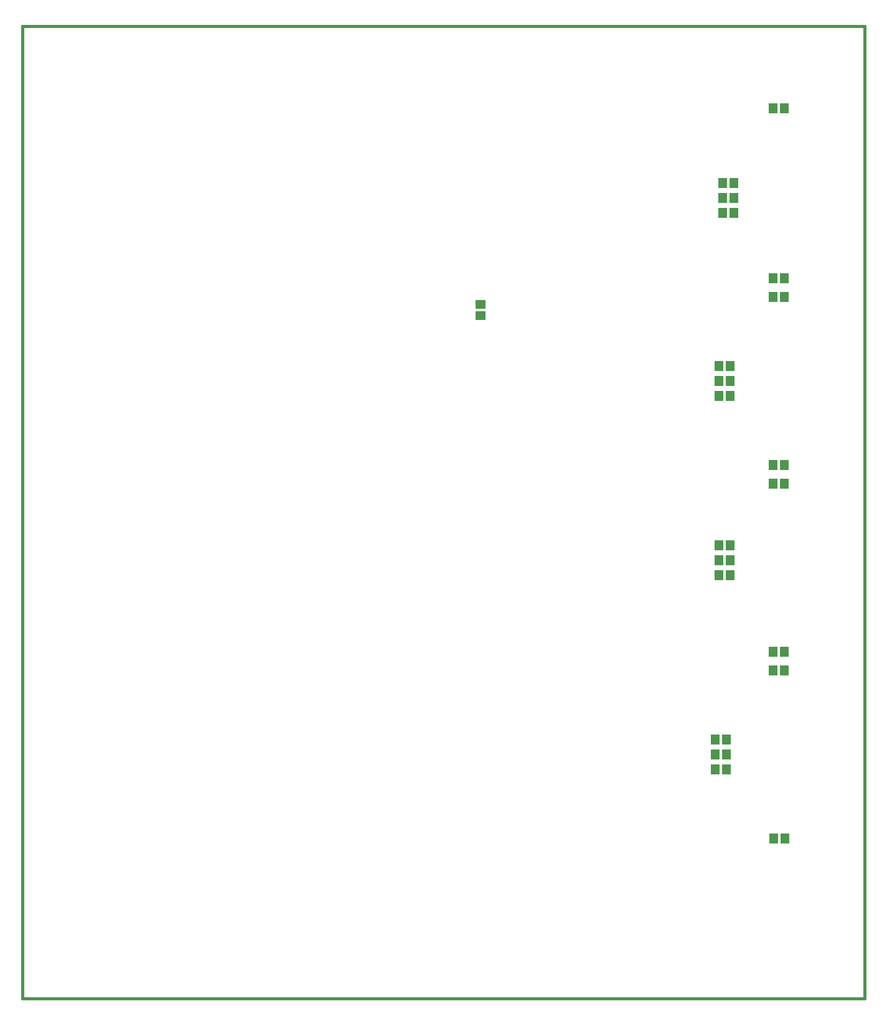
<source format=gbp>
G04 (created by PCBNEW-RS274X (2011-07-09 BZR 3046)-testing) date Thu 14 Jul 2011 07:11:13 PM CEST*
G01*
G70*
G90*
%MOIN*%
G04 Gerber Fmt 3.4, Leading zero omitted, Abs format*
%FSLAX34Y34*%
G04 APERTURE LIST*
%ADD10C,0.006000*%
%ADD11C,0.015000*%
%ADD12R,0.057000X0.047200*%
%ADD13R,0.047200X0.057000*%
G04 APERTURE END LIST*
G54D10*
G54D11*
X12008Y-66043D02*
X12008Y-13976D01*
X57087Y-66043D02*
X12008Y-66043D01*
X57087Y-13976D02*
X57087Y-66043D01*
X56988Y-13976D02*
X57087Y-13976D01*
X12008Y-13976D02*
X56988Y-13976D01*
G54D12*
X36550Y-28900D03*
X36550Y-29500D03*
G54D13*
X52200Y-18400D03*
X52800Y-18400D03*
X52800Y-27500D03*
X52200Y-27500D03*
X52200Y-28500D03*
X52800Y-28500D03*
X52800Y-37500D03*
X52200Y-37500D03*
X52200Y-38500D03*
X52800Y-38500D03*
X52800Y-47500D03*
X52200Y-47500D03*
X52200Y-48500D03*
X52800Y-48500D03*
X52850Y-57500D03*
X52250Y-57500D03*
X49100Y-53800D03*
X49700Y-53800D03*
X49100Y-53000D03*
X49100Y-52200D03*
X49700Y-53000D03*
X49700Y-52200D03*
X49300Y-43400D03*
X49900Y-43400D03*
X49300Y-42600D03*
X49300Y-41800D03*
X49900Y-42600D03*
X49900Y-41800D03*
X49300Y-33800D03*
X49900Y-33800D03*
X49300Y-33000D03*
X49300Y-32200D03*
X49900Y-33000D03*
X49900Y-32200D03*
X49500Y-24000D03*
X50100Y-24000D03*
X49500Y-23200D03*
X49500Y-22400D03*
X50100Y-23200D03*
X50100Y-22400D03*
M02*

</source>
